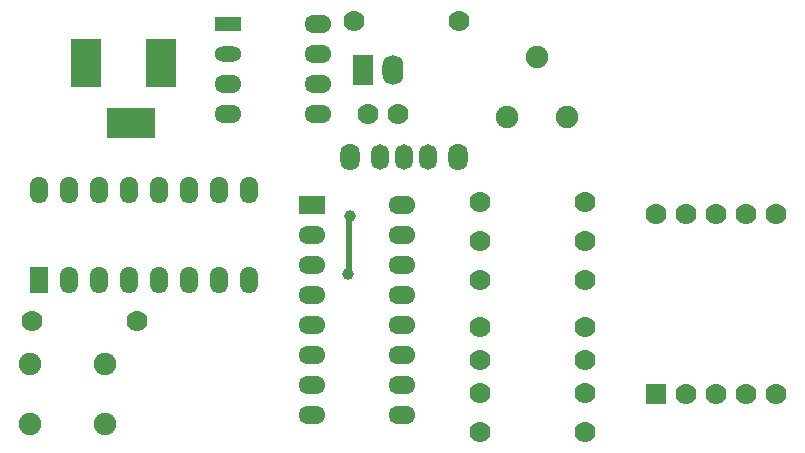
<source format=gtl>
G04*
G04 #@! TF.GenerationSoftware,Altium Limited,Altium Designer,22.10.1 (41)*
G04*
G04 Layer_Physical_Order=1*
G04 Layer_Color=255*
%FSLAX25Y25*%
%MOIN*%
G70*
G04*
G04 #@! TF.SameCoordinates,7AE85D4C-FD46-4DCC-B2CD-606CE683DADB*
G04*
G04*
G04 #@! TF.FilePolarity,Positive*
G04*
G01*
G75*
%ADD30C,0.02000*%
%ADD31O,0.09000X0.05118*%
%ADD32O,0.09000X0.06000*%
%ADD33R,0.09000X0.04724*%
%ADD34R,0.07000X0.10000*%
%ADD35O,0.07000X0.10000*%
%ADD36C,0.07000*%
%ADD37O,0.06500X0.09000*%
%ADD38O,0.06000X0.08500*%
%ADD39C,0.07500*%
%ADD40R,0.07000X0.07000*%
%ADD41R,0.10000X0.16000*%
%ADD42R,0.16000X0.10000*%
%ADD43R,0.09000X0.06000*%
%ADD44O,0.06000X0.09000*%
%ADD45R,0.06000X0.09000*%
%ADD46C,0.03937*%
D30*
X437250Y266750D02*
Y285750D01*
X437000Y266500D02*
X437250Y266750D01*
Y285750D02*
X437500Y286000D01*
D31*
X397000Y340000D02*
D03*
D32*
Y330000D02*
D03*
Y320000D02*
D03*
X427000Y350000D02*
D03*
Y340000D02*
D03*
Y330000D02*
D03*
Y320000D02*
D03*
X455000Y219500D02*
D03*
Y229500D02*
D03*
Y239500D02*
D03*
Y249500D02*
D03*
Y259500D02*
D03*
Y269500D02*
D03*
Y279500D02*
D03*
Y289500D02*
D03*
X425000Y219500D02*
D03*
Y229500D02*
D03*
Y239500D02*
D03*
Y249500D02*
D03*
Y259500D02*
D03*
Y269500D02*
D03*
Y279500D02*
D03*
D33*
X397000Y350000D02*
D03*
D34*
X442000Y334500D02*
D03*
D35*
X452000D02*
D03*
D36*
X453500Y320000D02*
D03*
X443500D02*
D03*
X481000Y214000D02*
D03*
X516000D02*
D03*
X481000Y227000D02*
D03*
X516000D02*
D03*
X481000Y238000D02*
D03*
X516000D02*
D03*
X481000Y249000D02*
D03*
X516000D02*
D03*
X481000Y264500D02*
D03*
X516000D02*
D03*
X481000Y277500D02*
D03*
X516000D02*
D03*
X481000Y290500D02*
D03*
X516000D02*
D03*
X559500Y226500D02*
D03*
X569500Y286500D02*
D03*
X579500D02*
D03*
X569500Y226500D02*
D03*
X549500D02*
D03*
X579500D02*
D03*
X549500Y286500D02*
D03*
X539500D02*
D03*
X559500D02*
D03*
X474000Y351000D02*
D03*
X439000D02*
D03*
X366500Y251000D02*
D03*
X331500D02*
D03*
D37*
X473500Y305500D02*
D03*
X437500D02*
D03*
D38*
X463500D02*
D03*
X455500D02*
D03*
X447500D02*
D03*
D39*
X356000Y216500D02*
D03*
X331000Y236500D02*
D03*
Y216500D02*
D03*
X356000Y236500D02*
D03*
X490000Y319000D02*
D03*
X500000Y339000D02*
D03*
X510000Y319000D02*
D03*
D40*
X539500Y226500D02*
D03*
D41*
X374500Y337000D02*
D03*
X349500D02*
D03*
D42*
X364500Y317000D02*
D03*
D43*
X425000Y289500D02*
D03*
D44*
X404000Y294500D02*
D03*
X394000D02*
D03*
X384000D02*
D03*
X374000D02*
D03*
X364000D02*
D03*
X354000D02*
D03*
X344000D02*
D03*
X334000D02*
D03*
X404000Y264500D02*
D03*
X394000D02*
D03*
X384000D02*
D03*
X374000D02*
D03*
X364000D02*
D03*
X354000D02*
D03*
X344000D02*
D03*
D45*
X334000D02*
D03*
D46*
X437500Y286000D02*
D03*
X437000Y266500D02*
D03*
M02*

</source>
